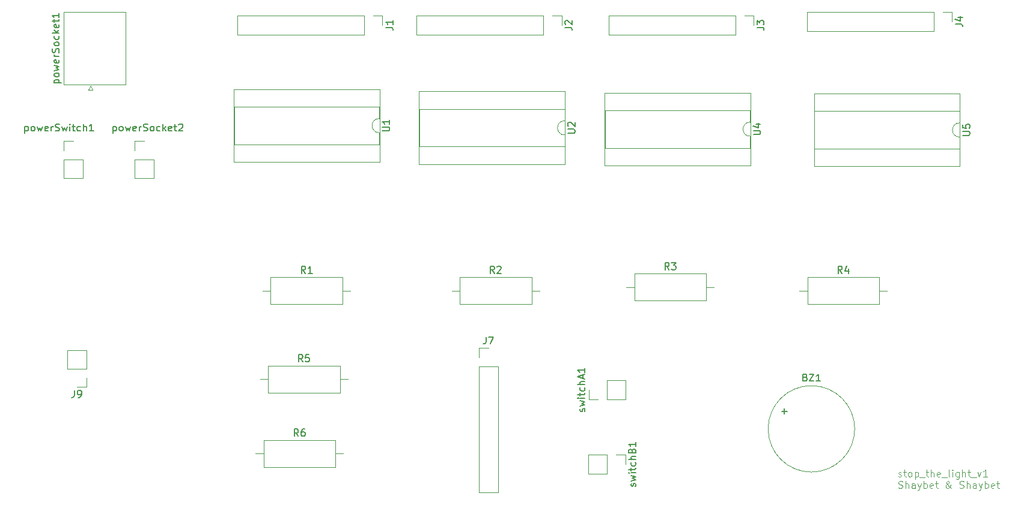
<source format=gbr>
%TF.GenerationSoftware,KiCad,Pcbnew,8.0.5*%
%TF.CreationDate,2024-09-22T19:22:41+03:00*%
%TF.ProjectId,stop_the_light_v2,73746f70-5f74-4686-955f-6c696768745f,rev?*%
%TF.SameCoordinates,Original*%
%TF.FileFunction,Legend,Top*%
%TF.FilePolarity,Positive*%
%FSLAX46Y46*%
G04 Gerber Fmt 4.6, Leading zero omitted, Abs format (unit mm)*
G04 Created by KiCad (PCBNEW 8.0.5) date 2024-09-22 19:22:41*
%MOMM*%
%LPD*%
G01*
G04 APERTURE LIST*
%ADD10C,0.100000*%
%ADD11C,0.150000*%
%ADD12C,0.120000*%
G04 APERTURE END LIST*
D10*
X161256265Y-138714856D02*
X161351503Y-138762475D01*
X161351503Y-138762475D02*
X161541979Y-138762475D01*
X161541979Y-138762475D02*
X161637217Y-138714856D01*
X161637217Y-138714856D02*
X161684836Y-138619617D01*
X161684836Y-138619617D02*
X161684836Y-138571998D01*
X161684836Y-138571998D02*
X161637217Y-138476760D01*
X161637217Y-138476760D02*
X161541979Y-138429141D01*
X161541979Y-138429141D02*
X161399122Y-138429141D01*
X161399122Y-138429141D02*
X161303884Y-138381522D01*
X161303884Y-138381522D02*
X161256265Y-138286284D01*
X161256265Y-138286284D02*
X161256265Y-138238665D01*
X161256265Y-138238665D02*
X161303884Y-138143427D01*
X161303884Y-138143427D02*
X161399122Y-138095808D01*
X161399122Y-138095808D02*
X161541979Y-138095808D01*
X161541979Y-138095808D02*
X161637217Y-138143427D01*
X161970551Y-138095808D02*
X162351503Y-138095808D01*
X162113408Y-137762475D02*
X162113408Y-138619617D01*
X162113408Y-138619617D02*
X162161027Y-138714856D01*
X162161027Y-138714856D02*
X162256265Y-138762475D01*
X162256265Y-138762475D02*
X162351503Y-138762475D01*
X162827694Y-138762475D02*
X162732456Y-138714856D01*
X162732456Y-138714856D02*
X162684837Y-138667236D01*
X162684837Y-138667236D02*
X162637218Y-138571998D01*
X162637218Y-138571998D02*
X162637218Y-138286284D01*
X162637218Y-138286284D02*
X162684837Y-138191046D01*
X162684837Y-138191046D02*
X162732456Y-138143427D01*
X162732456Y-138143427D02*
X162827694Y-138095808D01*
X162827694Y-138095808D02*
X162970551Y-138095808D01*
X162970551Y-138095808D02*
X163065789Y-138143427D01*
X163065789Y-138143427D02*
X163113408Y-138191046D01*
X163113408Y-138191046D02*
X163161027Y-138286284D01*
X163161027Y-138286284D02*
X163161027Y-138571998D01*
X163161027Y-138571998D02*
X163113408Y-138667236D01*
X163113408Y-138667236D02*
X163065789Y-138714856D01*
X163065789Y-138714856D02*
X162970551Y-138762475D01*
X162970551Y-138762475D02*
X162827694Y-138762475D01*
X163589599Y-138095808D02*
X163589599Y-139095808D01*
X163589599Y-138143427D02*
X163684837Y-138095808D01*
X163684837Y-138095808D02*
X163875313Y-138095808D01*
X163875313Y-138095808D02*
X163970551Y-138143427D01*
X163970551Y-138143427D02*
X164018170Y-138191046D01*
X164018170Y-138191046D02*
X164065789Y-138286284D01*
X164065789Y-138286284D02*
X164065789Y-138571998D01*
X164065789Y-138571998D02*
X164018170Y-138667236D01*
X164018170Y-138667236D02*
X163970551Y-138714856D01*
X163970551Y-138714856D02*
X163875313Y-138762475D01*
X163875313Y-138762475D02*
X163684837Y-138762475D01*
X163684837Y-138762475D02*
X163589599Y-138714856D01*
X164256266Y-138857713D02*
X165018170Y-138857713D01*
X165113409Y-138095808D02*
X165494361Y-138095808D01*
X165256266Y-137762475D02*
X165256266Y-138619617D01*
X165256266Y-138619617D02*
X165303885Y-138714856D01*
X165303885Y-138714856D02*
X165399123Y-138762475D01*
X165399123Y-138762475D02*
X165494361Y-138762475D01*
X165827695Y-138762475D02*
X165827695Y-137762475D01*
X166256266Y-138762475D02*
X166256266Y-138238665D01*
X166256266Y-138238665D02*
X166208647Y-138143427D01*
X166208647Y-138143427D02*
X166113409Y-138095808D01*
X166113409Y-138095808D02*
X165970552Y-138095808D01*
X165970552Y-138095808D02*
X165875314Y-138143427D01*
X165875314Y-138143427D02*
X165827695Y-138191046D01*
X167113409Y-138714856D02*
X167018171Y-138762475D01*
X167018171Y-138762475D02*
X166827695Y-138762475D01*
X166827695Y-138762475D02*
X166732457Y-138714856D01*
X166732457Y-138714856D02*
X166684838Y-138619617D01*
X166684838Y-138619617D02*
X166684838Y-138238665D01*
X166684838Y-138238665D02*
X166732457Y-138143427D01*
X166732457Y-138143427D02*
X166827695Y-138095808D01*
X166827695Y-138095808D02*
X167018171Y-138095808D01*
X167018171Y-138095808D02*
X167113409Y-138143427D01*
X167113409Y-138143427D02*
X167161028Y-138238665D01*
X167161028Y-138238665D02*
X167161028Y-138333903D01*
X167161028Y-138333903D02*
X166684838Y-138429141D01*
X167351505Y-138857713D02*
X168113409Y-138857713D01*
X168494362Y-138762475D02*
X168399124Y-138714856D01*
X168399124Y-138714856D02*
X168351505Y-138619617D01*
X168351505Y-138619617D02*
X168351505Y-137762475D01*
X168875315Y-138762475D02*
X168875315Y-138095808D01*
X168875315Y-137762475D02*
X168827696Y-137810094D01*
X168827696Y-137810094D02*
X168875315Y-137857713D01*
X168875315Y-137857713D02*
X168922934Y-137810094D01*
X168922934Y-137810094D02*
X168875315Y-137762475D01*
X168875315Y-137762475D02*
X168875315Y-137857713D01*
X169780076Y-138095808D02*
X169780076Y-138905332D01*
X169780076Y-138905332D02*
X169732457Y-139000570D01*
X169732457Y-139000570D02*
X169684838Y-139048189D01*
X169684838Y-139048189D02*
X169589600Y-139095808D01*
X169589600Y-139095808D02*
X169446743Y-139095808D01*
X169446743Y-139095808D02*
X169351505Y-139048189D01*
X169780076Y-138714856D02*
X169684838Y-138762475D01*
X169684838Y-138762475D02*
X169494362Y-138762475D01*
X169494362Y-138762475D02*
X169399124Y-138714856D01*
X169399124Y-138714856D02*
X169351505Y-138667236D01*
X169351505Y-138667236D02*
X169303886Y-138571998D01*
X169303886Y-138571998D02*
X169303886Y-138286284D01*
X169303886Y-138286284D02*
X169351505Y-138191046D01*
X169351505Y-138191046D02*
X169399124Y-138143427D01*
X169399124Y-138143427D02*
X169494362Y-138095808D01*
X169494362Y-138095808D02*
X169684838Y-138095808D01*
X169684838Y-138095808D02*
X169780076Y-138143427D01*
X170256267Y-138762475D02*
X170256267Y-137762475D01*
X170684838Y-138762475D02*
X170684838Y-138238665D01*
X170684838Y-138238665D02*
X170637219Y-138143427D01*
X170637219Y-138143427D02*
X170541981Y-138095808D01*
X170541981Y-138095808D02*
X170399124Y-138095808D01*
X170399124Y-138095808D02*
X170303886Y-138143427D01*
X170303886Y-138143427D02*
X170256267Y-138191046D01*
X171018172Y-138095808D02*
X171399124Y-138095808D01*
X171161029Y-137762475D02*
X171161029Y-138619617D01*
X171161029Y-138619617D02*
X171208648Y-138714856D01*
X171208648Y-138714856D02*
X171303886Y-138762475D01*
X171303886Y-138762475D02*
X171399124Y-138762475D01*
X171494363Y-138857713D02*
X172256267Y-138857713D01*
X172399125Y-138095808D02*
X172637220Y-138762475D01*
X172637220Y-138762475D02*
X172875315Y-138095808D01*
X173780077Y-138762475D02*
X173208649Y-138762475D01*
X173494363Y-138762475D02*
X173494363Y-137762475D01*
X173494363Y-137762475D02*
X173399125Y-137905332D01*
X173399125Y-137905332D02*
X173303887Y-138000570D01*
X173303887Y-138000570D02*
X173208649Y-138048189D01*
X161256265Y-140324800D02*
X161399122Y-140372419D01*
X161399122Y-140372419D02*
X161637217Y-140372419D01*
X161637217Y-140372419D02*
X161732455Y-140324800D01*
X161732455Y-140324800D02*
X161780074Y-140277180D01*
X161780074Y-140277180D02*
X161827693Y-140181942D01*
X161827693Y-140181942D02*
X161827693Y-140086704D01*
X161827693Y-140086704D02*
X161780074Y-139991466D01*
X161780074Y-139991466D02*
X161732455Y-139943847D01*
X161732455Y-139943847D02*
X161637217Y-139896228D01*
X161637217Y-139896228D02*
X161446741Y-139848609D01*
X161446741Y-139848609D02*
X161351503Y-139800990D01*
X161351503Y-139800990D02*
X161303884Y-139753371D01*
X161303884Y-139753371D02*
X161256265Y-139658133D01*
X161256265Y-139658133D02*
X161256265Y-139562895D01*
X161256265Y-139562895D02*
X161303884Y-139467657D01*
X161303884Y-139467657D02*
X161351503Y-139420038D01*
X161351503Y-139420038D02*
X161446741Y-139372419D01*
X161446741Y-139372419D02*
X161684836Y-139372419D01*
X161684836Y-139372419D02*
X161827693Y-139420038D01*
X162256265Y-140372419D02*
X162256265Y-139372419D01*
X162684836Y-140372419D02*
X162684836Y-139848609D01*
X162684836Y-139848609D02*
X162637217Y-139753371D01*
X162637217Y-139753371D02*
X162541979Y-139705752D01*
X162541979Y-139705752D02*
X162399122Y-139705752D01*
X162399122Y-139705752D02*
X162303884Y-139753371D01*
X162303884Y-139753371D02*
X162256265Y-139800990D01*
X163589598Y-140372419D02*
X163589598Y-139848609D01*
X163589598Y-139848609D02*
X163541979Y-139753371D01*
X163541979Y-139753371D02*
X163446741Y-139705752D01*
X163446741Y-139705752D02*
X163256265Y-139705752D01*
X163256265Y-139705752D02*
X163161027Y-139753371D01*
X163589598Y-140324800D02*
X163494360Y-140372419D01*
X163494360Y-140372419D02*
X163256265Y-140372419D01*
X163256265Y-140372419D02*
X163161027Y-140324800D01*
X163161027Y-140324800D02*
X163113408Y-140229561D01*
X163113408Y-140229561D02*
X163113408Y-140134323D01*
X163113408Y-140134323D02*
X163161027Y-140039085D01*
X163161027Y-140039085D02*
X163256265Y-139991466D01*
X163256265Y-139991466D02*
X163494360Y-139991466D01*
X163494360Y-139991466D02*
X163589598Y-139943847D01*
X163970551Y-139705752D02*
X164208646Y-140372419D01*
X164446741Y-139705752D02*
X164208646Y-140372419D01*
X164208646Y-140372419D02*
X164113408Y-140610514D01*
X164113408Y-140610514D02*
X164065789Y-140658133D01*
X164065789Y-140658133D02*
X163970551Y-140705752D01*
X164827694Y-140372419D02*
X164827694Y-139372419D01*
X164827694Y-139753371D02*
X164922932Y-139705752D01*
X164922932Y-139705752D02*
X165113408Y-139705752D01*
X165113408Y-139705752D02*
X165208646Y-139753371D01*
X165208646Y-139753371D02*
X165256265Y-139800990D01*
X165256265Y-139800990D02*
X165303884Y-139896228D01*
X165303884Y-139896228D02*
X165303884Y-140181942D01*
X165303884Y-140181942D02*
X165256265Y-140277180D01*
X165256265Y-140277180D02*
X165208646Y-140324800D01*
X165208646Y-140324800D02*
X165113408Y-140372419D01*
X165113408Y-140372419D02*
X164922932Y-140372419D01*
X164922932Y-140372419D02*
X164827694Y-140324800D01*
X166113408Y-140324800D02*
X166018170Y-140372419D01*
X166018170Y-140372419D02*
X165827694Y-140372419D01*
X165827694Y-140372419D02*
X165732456Y-140324800D01*
X165732456Y-140324800D02*
X165684837Y-140229561D01*
X165684837Y-140229561D02*
X165684837Y-139848609D01*
X165684837Y-139848609D02*
X165732456Y-139753371D01*
X165732456Y-139753371D02*
X165827694Y-139705752D01*
X165827694Y-139705752D02*
X166018170Y-139705752D01*
X166018170Y-139705752D02*
X166113408Y-139753371D01*
X166113408Y-139753371D02*
X166161027Y-139848609D01*
X166161027Y-139848609D02*
X166161027Y-139943847D01*
X166161027Y-139943847D02*
X165684837Y-140039085D01*
X166446742Y-139705752D02*
X166827694Y-139705752D01*
X166589599Y-139372419D02*
X166589599Y-140229561D01*
X166589599Y-140229561D02*
X166637218Y-140324800D01*
X166637218Y-140324800D02*
X166732456Y-140372419D01*
X166732456Y-140372419D02*
X166827694Y-140372419D01*
X168732457Y-140372419D02*
X168684838Y-140372419D01*
X168684838Y-140372419D02*
X168589599Y-140324800D01*
X168589599Y-140324800D02*
X168446742Y-140181942D01*
X168446742Y-140181942D02*
X168208647Y-139896228D01*
X168208647Y-139896228D02*
X168113409Y-139753371D01*
X168113409Y-139753371D02*
X168065790Y-139610514D01*
X168065790Y-139610514D02*
X168065790Y-139515276D01*
X168065790Y-139515276D02*
X168113409Y-139420038D01*
X168113409Y-139420038D02*
X168208647Y-139372419D01*
X168208647Y-139372419D02*
X168256266Y-139372419D01*
X168256266Y-139372419D02*
X168351504Y-139420038D01*
X168351504Y-139420038D02*
X168399123Y-139515276D01*
X168399123Y-139515276D02*
X168399123Y-139562895D01*
X168399123Y-139562895D02*
X168351504Y-139658133D01*
X168351504Y-139658133D02*
X168303885Y-139705752D01*
X168303885Y-139705752D02*
X168018171Y-139896228D01*
X168018171Y-139896228D02*
X167970552Y-139943847D01*
X167970552Y-139943847D02*
X167922933Y-140039085D01*
X167922933Y-140039085D02*
X167922933Y-140181942D01*
X167922933Y-140181942D02*
X167970552Y-140277180D01*
X167970552Y-140277180D02*
X168018171Y-140324800D01*
X168018171Y-140324800D02*
X168113409Y-140372419D01*
X168113409Y-140372419D02*
X168256266Y-140372419D01*
X168256266Y-140372419D02*
X168351504Y-140324800D01*
X168351504Y-140324800D02*
X168399123Y-140277180D01*
X168399123Y-140277180D02*
X168541980Y-140086704D01*
X168541980Y-140086704D02*
X168589599Y-139943847D01*
X168589599Y-139943847D02*
X168589599Y-139848609D01*
X169875314Y-140324800D02*
X170018171Y-140372419D01*
X170018171Y-140372419D02*
X170256266Y-140372419D01*
X170256266Y-140372419D02*
X170351504Y-140324800D01*
X170351504Y-140324800D02*
X170399123Y-140277180D01*
X170399123Y-140277180D02*
X170446742Y-140181942D01*
X170446742Y-140181942D02*
X170446742Y-140086704D01*
X170446742Y-140086704D02*
X170399123Y-139991466D01*
X170399123Y-139991466D02*
X170351504Y-139943847D01*
X170351504Y-139943847D02*
X170256266Y-139896228D01*
X170256266Y-139896228D02*
X170065790Y-139848609D01*
X170065790Y-139848609D02*
X169970552Y-139800990D01*
X169970552Y-139800990D02*
X169922933Y-139753371D01*
X169922933Y-139753371D02*
X169875314Y-139658133D01*
X169875314Y-139658133D02*
X169875314Y-139562895D01*
X169875314Y-139562895D02*
X169922933Y-139467657D01*
X169922933Y-139467657D02*
X169970552Y-139420038D01*
X169970552Y-139420038D02*
X170065790Y-139372419D01*
X170065790Y-139372419D02*
X170303885Y-139372419D01*
X170303885Y-139372419D02*
X170446742Y-139420038D01*
X170875314Y-140372419D02*
X170875314Y-139372419D01*
X171303885Y-140372419D02*
X171303885Y-139848609D01*
X171303885Y-139848609D02*
X171256266Y-139753371D01*
X171256266Y-139753371D02*
X171161028Y-139705752D01*
X171161028Y-139705752D02*
X171018171Y-139705752D01*
X171018171Y-139705752D02*
X170922933Y-139753371D01*
X170922933Y-139753371D02*
X170875314Y-139800990D01*
X172208647Y-140372419D02*
X172208647Y-139848609D01*
X172208647Y-139848609D02*
X172161028Y-139753371D01*
X172161028Y-139753371D02*
X172065790Y-139705752D01*
X172065790Y-139705752D02*
X171875314Y-139705752D01*
X171875314Y-139705752D02*
X171780076Y-139753371D01*
X172208647Y-140324800D02*
X172113409Y-140372419D01*
X172113409Y-140372419D02*
X171875314Y-140372419D01*
X171875314Y-140372419D02*
X171780076Y-140324800D01*
X171780076Y-140324800D02*
X171732457Y-140229561D01*
X171732457Y-140229561D02*
X171732457Y-140134323D01*
X171732457Y-140134323D02*
X171780076Y-140039085D01*
X171780076Y-140039085D02*
X171875314Y-139991466D01*
X171875314Y-139991466D02*
X172113409Y-139991466D01*
X172113409Y-139991466D02*
X172208647Y-139943847D01*
X172589600Y-139705752D02*
X172827695Y-140372419D01*
X173065790Y-139705752D02*
X172827695Y-140372419D01*
X172827695Y-140372419D02*
X172732457Y-140610514D01*
X172732457Y-140610514D02*
X172684838Y-140658133D01*
X172684838Y-140658133D02*
X172589600Y-140705752D01*
X173446743Y-140372419D02*
X173446743Y-139372419D01*
X173446743Y-139753371D02*
X173541981Y-139705752D01*
X173541981Y-139705752D02*
X173732457Y-139705752D01*
X173732457Y-139705752D02*
X173827695Y-139753371D01*
X173827695Y-139753371D02*
X173875314Y-139800990D01*
X173875314Y-139800990D02*
X173922933Y-139896228D01*
X173922933Y-139896228D02*
X173922933Y-140181942D01*
X173922933Y-140181942D02*
X173875314Y-140277180D01*
X173875314Y-140277180D02*
X173827695Y-140324800D01*
X173827695Y-140324800D02*
X173732457Y-140372419D01*
X173732457Y-140372419D02*
X173541981Y-140372419D01*
X173541981Y-140372419D02*
X173446743Y-140324800D01*
X174732457Y-140324800D02*
X174637219Y-140372419D01*
X174637219Y-140372419D02*
X174446743Y-140372419D01*
X174446743Y-140372419D02*
X174351505Y-140324800D01*
X174351505Y-140324800D02*
X174303886Y-140229561D01*
X174303886Y-140229561D02*
X174303886Y-139848609D01*
X174303886Y-139848609D02*
X174351505Y-139753371D01*
X174351505Y-139753371D02*
X174446743Y-139705752D01*
X174446743Y-139705752D02*
X174637219Y-139705752D01*
X174637219Y-139705752D02*
X174732457Y-139753371D01*
X174732457Y-139753371D02*
X174780076Y-139848609D01*
X174780076Y-139848609D02*
X174780076Y-139943847D01*
X174780076Y-139943847D02*
X174303886Y-140039085D01*
X175065791Y-139705752D02*
X175446743Y-139705752D01*
X175208648Y-139372419D02*
X175208648Y-140229561D01*
X175208648Y-140229561D02*
X175256267Y-140324800D01*
X175256267Y-140324800D02*
X175351505Y-140372419D01*
X175351505Y-140372419D02*
X175446743Y-140372419D01*
D11*
X128953333Y-109534819D02*
X128620000Y-109058628D01*
X128381905Y-109534819D02*
X128381905Y-108534819D01*
X128381905Y-108534819D02*
X128762857Y-108534819D01*
X128762857Y-108534819D02*
X128858095Y-108582438D01*
X128858095Y-108582438D02*
X128905714Y-108630057D01*
X128905714Y-108630057D02*
X128953333Y-108725295D01*
X128953333Y-108725295D02*
X128953333Y-108868152D01*
X128953333Y-108868152D02*
X128905714Y-108963390D01*
X128905714Y-108963390D02*
X128858095Y-109011009D01*
X128858095Y-109011009D02*
X128762857Y-109058628D01*
X128762857Y-109058628D02*
X128381905Y-109058628D01*
X129286667Y-108534819D02*
X129905714Y-108534819D01*
X129905714Y-108534819D02*
X129572381Y-108915771D01*
X129572381Y-108915771D02*
X129715238Y-108915771D01*
X129715238Y-108915771D02*
X129810476Y-108963390D01*
X129810476Y-108963390D02*
X129858095Y-109011009D01*
X129858095Y-109011009D02*
X129905714Y-109106247D01*
X129905714Y-109106247D02*
X129905714Y-109344342D01*
X129905714Y-109344342D02*
X129858095Y-109439580D01*
X129858095Y-109439580D02*
X129810476Y-109487200D01*
X129810476Y-109487200D02*
X129715238Y-109534819D01*
X129715238Y-109534819D02*
X129429524Y-109534819D01*
X129429524Y-109534819D02*
X129334286Y-109487200D01*
X129334286Y-109487200D02*
X129286667Y-109439580D01*
X45166666Y-126559819D02*
X45166666Y-127274104D01*
X45166666Y-127274104D02*
X45119047Y-127416961D01*
X45119047Y-127416961D02*
X45023809Y-127512200D01*
X45023809Y-127512200D02*
X44880952Y-127559819D01*
X44880952Y-127559819D02*
X44785714Y-127559819D01*
X45690476Y-127559819D02*
X45880952Y-127559819D01*
X45880952Y-127559819D02*
X45976190Y-127512200D01*
X45976190Y-127512200D02*
X46023809Y-127464580D01*
X46023809Y-127464580D02*
X46119047Y-127321723D01*
X46119047Y-127321723D02*
X46166666Y-127131247D01*
X46166666Y-127131247D02*
X46166666Y-126750295D01*
X46166666Y-126750295D02*
X46119047Y-126655057D01*
X46119047Y-126655057D02*
X46071428Y-126607438D01*
X46071428Y-126607438D02*
X45976190Y-126559819D01*
X45976190Y-126559819D02*
X45785714Y-126559819D01*
X45785714Y-126559819D02*
X45690476Y-126607438D01*
X45690476Y-126607438D02*
X45642857Y-126655057D01*
X45642857Y-126655057D02*
X45595238Y-126750295D01*
X45595238Y-126750295D02*
X45595238Y-126988390D01*
X45595238Y-126988390D02*
X45642857Y-127083628D01*
X45642857Y-127083628D02*
X45690476Y-127131247D01*
X45690476Y-127131247D02*
X45785714Y-127178866D01*
X45785714Y-127178866D02*
X45976190Y-127178866D01*
X45976190Y-127178866D02*
X46071428Y-127131247D01*
X46071428Y-127131247D02*
X46119047Y-127083628D01*
X46119047Y-127083628D02*
X46166666Y-126988390D01*
X117037200Y-129547618D02*
X117084819Y-129452380D01*
X117084819Y-129452380D02*
X117084819Y-129261904D01*
X117084819Y-129261904D02*
X117037200Y-129166666D01*
X117037200Y-129166666D02*
X116941961Y-129119047D01*
X116941961Y-129119047D02*
X116894342Y-129119047D01*
X116894342Y-129119047D02*
X116799104Y-129166666D01*
X116799104Y-129166666D02*
X116751485Y-129261904D01*
X116751485Y-129261904D02*
X116751485Y-129404761D01*
X116751485Y-129404761D02*
X116703866Y-129499999D01*
X116703866Y-129499999D02*
X116608628Y-129547618D01*
X116608628Y-129547618D02*
X116561009Y-129547618D01*
X116561009Y-129547618D02*
X116465771Y-129499999D01*
X116465771Y-129499999D02*
X116418152Y-129404761D01*
X116418152Y-129404761D02*
X116418152Y-129261904D01*
X116418152Y-129261904D02*
X116465771Y-129166666D01*
X116418152Y-128785713D02*
X117084819Y-128595237D01*
X117084819Y-128595237D02*
X116608628Y-128404761D01*
X116608628Y-128404761D02*
X117084819Y-128214285D01*
X117084819Y-128214285D02*
X116418152Y-128023809D01*
X117084819Y-127642856D02*
X116418152Y-127642856D01*
X116084819Y-127642856D02*
X116132438Y-127690475D01*
X116132438Y-127690475D02*
X116180057Y-127642856D01*
X116180057Y-127642856D02*
X116132438Y-127595237D01*
X116132438Y-127595237D02*
X116084819Y-127642856D01*
X116084819Y-127642856D02*
X116180057Y-127642856D01*
X116418152Y-127309523D02*
X116418152Y-126928571D01*
X116084819Y-127166666D02*
X116941961Y-127166666D01*
X116941961Y-127166666D02*
X117037200Y-127119047D01*
X117037200Y-127119047D02*
X117084819Y-127023809D01*
X117084819Y-127023809D02*
X117084819Y-126928571D01*
X117037200Y-126166666D02*
X117084819Y-126261904D01*
X117084819Y-126261904D02*
X117084819Y-126452380D01*
X117084819Y-126452380D02*
X117037200Y-126547618D01*
X117037200Y-126547618D02*
X116989580Y-126595237D01*
X116989580Y-126595237D02*
X116894342Y-126642856D01*
X116894342Y-126642856D02*
X116608628Y-126642856D01*
X116608628Y-126642856D02*
X116513390Y-126595237D01*
X116513390Y-126595237D02*
X116465771Y-126547618D01*
X116465771Y-126547618D02*
X116418152Y-126452380D01*
X116418152Y-126452380D02*
X116418152Y-126261904D01*
X116418152Y-126261904D02*
X116465771Y-126166666D01*
X117084819Y-125738094D02*
X116084819Y-125738094D01*
X117084819Y-125309523D02*
X116561009Y-125309523D01*
X116561009Y-125309523D02*
X116465771Y-125357142D01*
X116465771Y-125357142D02*
X116418152Y-125452380D01*
X116418152Y-125452380D02*
X116418152Y-125595237D01*
X116418152Y-125595237D02*
X116465771Y-125690475D01*
X116465771Y-125690475D02*
X116513390Y-125738094D01*
X116799104Y-124880951D02*
X116799104Y-124404761D01*
X117084819Y-124976189D02*
X116084819Y-124642856D01*
X116084819Y-124642856D02*
X117084819Y-124309523D01*
X117084819Y-123452380D02*
X117084819Y-124023808D01*
X117084819Y-123738094D02*
X116084819Y-123738094D01*
X116084819Y-123738094D02*
X116227676Y-123833332D01*
X116227676Y-123833332D02*
X116322914Y-123928570D01*
X116322914Y-123928570D02*
X116370533Y-124023808D01*
X170324819Y-90571904D02*
X171134342Y-90571904D01*
X171134342Y-90571904D02*
X171229580Y-90524285D01*
X171229580Y-90524285D02*
X171277200Y-90476666D01*
X171277200Y-90476666D02*
X171324819Y-90381428D01*
X171324819Y-90381428D02*
X171324819Y-90190952D01*
X171324819Y-90190952D02*
X171277200Y-90095714D01*
X171277200Y-90095714D02*
X171229580Y-90048095D01*
X171229580Y-90048095D02*
X171134342Y-90000476D01*
X171134342Y-90000476D02*
X170324819Y-90000476D01*
X170324819Y-89048095D02*
X170324819Y-89524285D01*
X170324819Y-89524285D02*
X170801009Y-89571904D01*
X170801009Y-89571904D02*
X170753390Y-89524285D01*
X170753390Y-89524285D02*
X170705771Y-89429047D01*
X170705771Y-89429047D02*
X170705771Y-89190952D01*
X170705771Y-89190952D02*
X170753390Y-89095714D01*
X170753390Y-89095714D02*
X170801009Y-89048095D01*
X170801009Y-89048095D02*
X170896247Y-89000476D01*
X170896247Y-89000476D02*
X171134342Y-89000476D01*
X171134342Y-89000476D02*
X171229580Y-89048095D01*
X171229580Y-89048095D02*
X171277200Y-89095714D01*
X171277200Y-89095714D02*
X171324819Y-89190952D01*
X171324819Y-89190952D02*
X171324819Y-89429047D01*
X171324819Y-89429047D02*
X171277200Y-89524285D01*
X171277200Y-89524285D02*
X171229580Y-89571904D01*
X124197200Y-140119047D02*
X124244819Y-140023809D01*
X124244819Y-140023809D02*
X124244819Y-139833333D01*
X124244819Y-139833333D02*
X124197200Y-139738095D01*
X124197200Y-139738095D02*
X124101961Y-139690476D01*
X124101961Y-139690476D02*
X124054342Y-139690476D01*
X124054342Y-139690476D02*
X123959104Y-139738095D01*
X123959104Y-139738095D02*
X123911485Y-139833333D01*
X123911485Y-139833333D02*
X123911485Y-139976190D01*
X123911485Y-139976190D02*
X123863866Y-140071428D01*
X123863866Y-140071428D02*
X123768628Y-140119047D01*
X123768628Y-140119047D02*
X123721009Y-140119047D01*
X123721009Y-140119047D02*
X123625771Y-140071428D01*
X123625771Y-140071428D02*
X123578152Y-139976190D01*
X123578152Y-139976190D02*
X123578152Y-139833333D01*
X123578152Y-139833333D02*
X123625771Y-139738095D01*
X123578152Y-139357142D02*
X124244819Y-139166666D01*
X124244819Y-139166666D02*
X123768628Y-138976190D01*
X123768628Y-138976190D02*
X124244819Y-138785714D01*
X124244819Y-138785714D02*
X123578152Y-138595238D01*
X124244819Y-138214285D02*
X123578152Y-138214285D01*
X123244819Y-138214285D02*
X123292438Y-138261904D01*
X123292438Y-138261904D02*
X123340057Y-138214285D01*
X123340057Y-138214285D02*
X123292438Y-138166666D01*
X123292438Y-138166666D02*
X123244819Y-138214285D01*
X123244819Y-138214285D02*
X123340057Y-138214285D01*
X123578152Y-137880952D02*
X123578152Y-137500000D01*
X123244819Y-137738095D02*
X124101961Y-137738095D01*
X124101961Y-137738095D02*
X124197200Y-137690476D01*
X124197200Y-137690476D02*
X124244819Y-137595238D01*
X124244819Y-137595238D02*
X124244819Y-137500000D01*
X124197200Y-136738095D02*
X124244819Y-136833333D01*
X124244819Y-136833333D02*
X124244819Y-137023809D01*
X124244819Y-137023809D02*
X124197200Y-137119047D01*
X124197200Y-137119047D02*
X124149580Y-137166666D01*
X124149580Y-137166666D02*
X124054342Y-137214285D01*
X124054342Y-137214285D02*
X123768628Y-137214285D01*
X123768628Y-137214285D02*
X123673390Y-137166666D01*
X123673390Y-137166666D02*
X123625771Y-137119047D01*
X123625771Y-137119047D02*
X123578152Y-137023809D01*
X123578152Y-137023809D02*
X123578152Y-136833333D01*
X123578152Y-136833333D02*
X123625771Y-136738095D01*
X124244819Y-136309523D02*
X123244819Y-136309523D01*
X124244819Y-135880952D02*
X123721009Y-135880952D01*
X123721009Y-135880952D02*
X123625771Y-135928571D01*
X123625771Y-135928571D02*
X123578152Y-136023809D01*
X123578152Y-136023809D02*
X123578152Y-136166666D01*
X123578152Y-136166666D02*
X123625771Y-136261904D01*
X123625771Y-136261904D02*
X123673390Y-136309523D01*
X123721009Y-135071428D02*
X123768628Y-134928571D01*
X123768628Y-134928571D02*
X123816247Y-134880952D01*
X123816247Y-134880952D02*
X123911485Y-134833333D01*
X123911485Y-134833333D02*
X124054342Y-134833333D01*
X124054342Y-134833333D02*
X124149580Y-134880952D01*
X124149580Y-134880952D02*
X124197200Y-134928571D01*
X124197200Y-134928571D02*
X124244819Y-135023809D01*
X124244819Y-135023809D02*
X124244819Y-135404761D01*
X124244819Y-135404761D02*
X123244819Y-135404761D01*
X123244819Y-135404761D02*
X123244819Y-135071428D01*
X123244819Y-135071428D02*
X123292438Y-134976190D01*
X123292438Y-134976190D02*
X123340057Y-134928571D01*
X123340057Y-134928571D02*
X123435295Y-134880952D01*
X123435295Y-134880952D02*
X123530533Y-134880952D01*
X123530533Y-134880952D02*
X123625771Y-134928571D01*
X123625771Y-134928571D02*
X123673390Y-134976190D01*
X123673390Y-134976190D02*
X123721009Y-135071428D01*
X123721009Y-135071428D02*
X123721009Y-135404761D01*
X124244819Y-133880952D02*
X124244819Y-134452380D01*
X124244819Y-134166666D02*
X123244819Y-134166666D01*
X123244819Y-134166666D02*
X123387676Y-134261904D01*
X123387676Y-134261904D02*
X123482914Y-134357142D01*
X123482914Y-134357142D02*
X123530533Y-134452380D01*
X77333333Y-122534819D02*
X77000000Y-122058628D01*
X76761905Y-122534819D02*
X76761905Y-121534819D01*
X76761905Y-121534819D02*
X77142857Y-121534819D01*
X77142857Y-121534819D02*
X77238095Y-121582438D01*
X77238095Y-121582438D02*
X77285714Y-121630057D01*
X77285714Y-121630057D02*
X77333333Y-121725295D01*
X77333333Y-121725295D02*
X77333333Y-121868152D01*
X77333333Y-121868152D02*
X77285714Y-121963390D01*
X77285714Y-121963390D02*
X77238095Y-122011009D01*
X77238095Y-122011009D02*
X77142857Y-122058628D01*
X77142857Y-122058628D02*
X76761905Y-122058628D01*
X78238095Y-121534819D02*
X77761905Y-121534819D01*
X77761905Y-121534819D02*
X77714286Y-122011009D01*
X77714286Y-122011009D02*
X77761905Y-121963390D01*
X77761905Y-121963390D02*
X77857143Y-121915771D01*
X77857143Y-121915771D02*
X78095238Y-121915771D01*
X78095238Y-121915771D02*
X78190476Y-121963390D01*
X78190476Y-121963390D02*
X78238095Y-122011009D01*
X78238095Y-122011009D02*
X78285714Y-122106247D01*
X78285714Y-122106247D02*
X78285714Y-122344342D01*
X78285714Y-122344342D02*
X78238095Y-122439580D01*
X78238095Y-122439580D02*
X78190476Y-122487200D01*
X78190476Y-122487200D02*
X78095238Y-122534819D01*
X78095238Y-122534819D02*
X77857143Y-122534819D01*
X77857143Y-122534819D02*
X77761905Y-122487200D01*
X77761905Y-122487200D02*
X77714286Y-122439580D01*
X169284819Y-74833333D02*
X169999104Y-74833333D01*
X169999104Y-74833333D02*
X170141961Y-74880952D01*
X170141961Y-74880952D02*
X170237200Y-74976190D01*
X170237200Y-74976190D02*
X170284819Y-75119047D01*
X170284819Y-75119047D02*
X170284819Y-75214285D01*
X169618152Y-73928571D02*
X170284819Y-73928571D01*
X169237200Y-74166666D02*
X169951485Y-74404761D01*
X169951485Y-74404761D02*
X169951485Y-73785714D01*
X88564819Y-89951904D02*
X89374342Y-89951904D01*
X89374342Y-89951904D02*
X89469580Y-89904285D01*
X89469580Y-89904285D02*
X89517200Y-89856666D01*
X89517200Y-89856666D02*
X89564819Y-89761428D01*
X89564819Y-89761428D02*
X89564819Y-89570952D01*
X89564819Y-89570952D02*
X89517200Y-89475714D01*
X89517200Y-89475714D02*
X89469580Y-89428095D01*
X89469580Y-89428095D02*
X89374342Y-89380476D01*
X89374342Y-89380476D02*
X88564819Y-89380476D01*
X89564819Y-88380476D02*
X89564819Y-88951904D01*
X89564819Y-88666190D02*
X88564819Y-88666190D01*
X88564819Y-88666190D02*
X88707676Y-88761428D01*
X88707676Y-88761428D02*
X88802914Y-88856666D01*
X88802914Y-88856666D02*
X88850533Y-88951904D01*
X140824819Y-90451904D02*
X141634342Y-90451904D01*
X141634342Y-90451904D02*
X141729580Y-90404285D01*
X141729580Y-90404285D02*
X141777200Y-90356666D01*
X141777200Y-90356666D02*
X141824819Y-90261428D01*
X141824819Y-90261428D02*
X141824819Y-90070952D01*
X141824819Y-90070952D02*
X141777200Y-89975714D01*
X141777200Y-89975714D02*
X141729580Y-89928095D01*
X141729580Y-89928095D02*
X141634342Y-89880476D01*
X141634342Y-89880476D02*
X140824819Y-89880476D01*
X141158152Y-88975714D02*
X141824819Y-88975714D01*
X140777200Y-89213809D02*
X141491485Y-89451904D01*
X141491485Y-89451904D02*
X141491485Y-88832857D01*
X114684819Y-90271904D02*
X115494342Y-90271904D01*
X115494342Y-90271904D02*
X115589580Y-90224285D01*
X115589580Y-90224285D02*
X115637200Y-90176666D01*
X115637200Y-90176666D02*
X115684819Y-90081428D01*
X115684819Y-90081428D02*
X115684819Y-89890952D01*
X115684819Y-89890952D02*
X115637200Y-89795714D01*
X115637200Y-89795714D02*
X115589580Y-89748095D01*
X115589580Y-89748095D02*
X115494342Y-89700476D01*
X115494342Y-89700476D02*
X114684819Y-89700476D01*
X114780057Y-89271904D02*
X114732438Y-89224285D01*
X114732438Y-89224285D02*
X114684819Y-89129047D01*
X114684819Y-89129047D02*
X114684819Y-88890952D01*
X114684819Y-88890952D02*
X114732438Y-88795714D01*
X114732438Y-88795714D02*
X114780057Y-88748095D01*
X114780057Y-88748095D02*
X114875295Y-88700476D01*
X114875295Y-88700476D02*
X114970533Y-88700476D01*
X114970533Y-88700476D02*
X115113390Y-88748095D01*
X115113390Y-88748095D02*
X115684819Y-89319523D01*
X115684819Y-89319523D02*
X115684819Y-88700476D01*
X89024819Y-75333333D02*
X89739104Y-75333333D01*
X89739104Y-75333333D02*
X89881961Y-75380952D01*
X89881961Y-75380952D02*
X89977200Y-75476190D01*
X89977200Y-75476190D02*
X90024819Y-75619047D01*
X90024819Y-75619047D02*
X90024819Y-75714285D01*
X90024819Y-74333333D02*
X90024819Y-74904761D01*
X90024819Y-74619047D02*
X89024819Y-74619047D01*
X89024819Y-74619047D02*
X89167676Y-74714285D01*
X89167676Y-74714285D02*
X89262914Y-74809523D01*
X89262914Y-74809523D02*
X89310533Y-74904761D01*
X76713333Y-133034819D02*
X76380000Y-132558628D01*
X76141905Y-133034819D02*
X76141905Y-132034819D01*
X76141905Y-132034819D02*
X76522857Y-132034819D01*
X76522857Y-132034819D02*
X76618095Y-132082438D01*
X76618095Y-132082438D02*
X76665714Y-132130057D01*
X76665714Y-132130057D02*
X76713333Y-132225295D01*
X76713333Y-132225295D02*
X76713333Y-132368152D01*
X76713333Y-132368152D02*
X76665714Y-132463390D01*
X76665714Y-132463390D02*
X76618095Y-132511009D01*
X76618095Y-132511009D02*
X76522857Y-132558628D01*
X76522857Y-132558628D02*
X76141905Y-132558628D01*
X77570476Y-132034819D02*
X77380000Y-132034819D01*
X77380000Y-132034819D02*
X77284762Y-132082438D01*
X77284762Y-132082438D02*
X77237143Y-132130057D01*
X77237143Y-132130057D02*
X77141905Y-132272914D01*
X77141905Y-132272914D02*
X77094286Y-132463390D01*
X77094286Y-132463390D02*
X77094286Y-132844342D01*
X77094286Y-132844342D02*
X77141905Y-132939580D01*
X77141905Y-132939580D02*
X77189524Y-132987200D01*
X77189524Y-132987200D02*
X77284762Y-133034819D01*
X77284762Y-133034819D02*
X77475238Y-133034819D01*
X77475238Y-133034819D02*
X77570476Y-132987200D01*
X77570476Y-132987200D02*
X77618095Y-132939580D01*
X77618095Y-132939580D02*
X77665714Y-132844342D01*
X77665714Y-132844342D02*
X77665714Y-132606247D01*
X77665714Y-132606247D02*
X77618095Y-132511009D01*
X77618095Y-132511009D02*
X77570476Y-132463390D01*
X77570476Y-132463390D02*
X77475238Y-132415771D01*
X77475238Y-132415771D02*
X77284762Y-132415771D01*
X77284762Y-132415771D02*
X77189524Y-132463390D01*
X77189524Y-132463390D02*
X77141905Y-132511009D01*
X77141905Y-132511009D02*
X77094286Y-132606247D01*
X104333333Y-110034819D02*
X104000000Y-109558628D01*
X103761905Y-110034819D02*
X103761905Y-109034819D01*
X103761905Y-109034819D02*
X104142857Y-109034819D01*
X104142857Y-109034819D02*
X104238095Y-109082438D01*
X104238095Y-109082438D02*
X104285714Y-109130057D01*
X104285714Y-109130057D02*
X104333333Y-109225295D01*
X104333333Y-109225295D02*
X104333333Y-109368152D01*
X104333333Y-109368152D02*
X104285714Y-109463390D01*
X104285714Y-109463390D02*
X104238095Y-109511009D01*
X104238095Y-109511009D02*
X104142857Y-109558628D01*
X104142857Y-109558628D02*
X103761905Y-109558628D01*
X104714286Y-109130057D02*
X104761905Y-109082438D01*
X104761905Y-109082438D02*
X104857143Y-109034819D01*
X104857143Y-109034819D02*
X105095238Y-109034819D01*
X105095238Y-109034819D02*
X105190476Y-109082438D01*
X105190476Y-109082438D02*
X105238095Y-109130057D01*
X105238095Y-109130057D02*
X105285714Y-109225295D01*
X105285714Y-109225295D02*
X105285714Y-109320533D01*
X105285714Y-109320533D02*
X105238095Y-109463390D01*
X105238095Y-109463390D02*
X104666667Y-110034819D01*
X104666667Y-110034819D02*
X105285714Y-110034819D01*
X50619047Y-89288152D02*
X50619047Y-90288152D01*
X50619047Y-89335771D02*
X50714285Y-89288152D01*
X50714285Y-89288152D02*
X50904761Y-89288152D01*
X50904761Y-89288152D02*
X50999999Y-89335771D01*
X50999999Y-89335771D02*
X51047618Y-89383390D01*
X51047618Y-89383390D02*
X51095237Y-89478628D01*
X51095237Y-89478628D02*
X51095237Y-89764342D01*
X51095237Y-89764342D02*
X51047618Y-89859580D01*
X51047618Y-89859580D02*
X50999999Y-89907200D01*
X50999999Y-89907200D02*
X50904761Y-89954819D01*
X50904761Y-89954819D02*
X50714285Y-89954819D01*
X50714285Y-89954819D02*
X50619047Y-89907200D01*
X51666666Y-89954819D02*
X51571428Y-89907200D01*
X51571428Y-89907200D02*
X51523809Y-89859580D01*
X51523809Y-89859580D02*
X51476190Y-89764342D01*
X51476190Y-89764342D02*
X51476190Y-89478628D01*
X51476190Y-89478628D02*
X51523809Y-89383390D01*
X51523809Y-89383390D02*
X51571428Y-89335771D01*
X51571428Y-89335771D02*
X51666666Y-89288152D01*
X51666666Y-89288152D02*
X51809523Y-89288152D01*
X51809523Y-89288152D02*
X51904761Y-89335771D01*
X51904761Y-89335771D02*
X51952380Y-89383390D01*
X51952380Y-89383390D02*
X51999999Y-89478628D01*
X51999999Y-89478628D02*
X51999999Y-89764342D01*
X51999999Y-89764342D02*
X51952380Y-89859580D01*
X51952380Y-89859580D02*
X51904761Y-89907200D01*
X51904761Y-89907200D02*
X51809523Y-89954819D01*
X51809523Y-89954819D02*
X51666666Y-89954819D01*
X52333333Y-89288152D02*
X52523809Y-89954819D01*
X52523809Y-89954819D02*
X52714285Y-89478628D01*
X52714285Y-89478628D02*
X52904761Y-89954819D01*
X52904761Y-89954819D02*
X53095237Y-89288152D01*
X53857142Y-89907200D02*
X53761904Y-89954819D01*
X53761904Y-89954819D02*
X53571428Y-89954819D01*
X53571428Y-89954819D02*
X53476190Y-89907200D01*
X53476190Y-89907200D02*
X53428571Y-89811961D01*
X53428571Y-89811961D02*
X53428571Y-89431009D01*
X53428571Y-89431009D02*
X53476190Y-89335771D01*
X53476190Y-89335771D02*
X53571428Y-89288152D01*
X53571428Y-89288152D02*
X53761904Y-89288152D01*
X53761904Y-89288152D02*
X53857142Y-89335771D01*
X53857142Y-89335771D02*
X53904761Y-89431009D01*
X53904761Y-89431009D02*
X53904761Y-89526247D01*
X53904761Y-89526247D02*
X53428571Y-89621485D01*
X54333333Y-89954819D02*
X54333333Y-89288152D01*
X54333333Y-89478628D02*
X54380952Y-89383390D01*
X54380952Y-89383390D02*
X54428571Y-89335771D01*
X54428571Y-89335771D02*
X54523809Y-89288152D01*
X54523809Y-89288152D02*
X54619047Y-89288152D01*
X54904762Y-89907200D02*
X55047619Y-89954819D01*
X55047619Y-89954819D02*
X55285714Y-89954819D01*
X55285714Y-89954819D02*
X55380952Y-89907200D01*
X55380952Y-89907200D02*
X55428571Y-89859580D01*
X55428571Y-89859580D02*
X55476190Y-89764342D01*
X55476190Y-89764342D02*
X55476190Y-89669104D01*
X55476190Y-89669104D02*
X55428571Y-89573866D01*
X55428571Y-89573866D02*
X55380952Y-89526247D01*
X55380952Y-89526247D02*
X55285714Y-89478628D01*
X55285714Y-89478628D02*
X55095238Y-89431009D01*
X55095238Y-89431009D02*
X55000000Y-89383390D01*
X55000000Y-89383390D02*
X54952381Y-89335771D01*
X54952381Y-89335771D02*
X54904762Y-89240533D01*
X54904762Y-89240533D02*
X54904762Y-89145295D01*
X54904762Y-89145295D02*
X54952381Y-89050057D01*
X54952381Y-89050057D02*
X55000000Y-89002438D01*
X55000000Y-89002438D02*
X55095238Y-88954819D01*
X55095238Y-88954819D02*
X55333333Y-88954819D01*
X55333333Y-88954819D02*
X55476190Y-89002438D01*
X56047619Y-89954819D02*
X55952381Y-89907200D01*
X55952381Y-89907200D02*
X55904762Y-89859580D01*
X55904762Y-89859580D02*
X55857143Y-89764342D01*
X55857143Y-89764342D02*
X55857143Y-89478628D01*
X55857143Y-89478628D02*
X55904762Y-89383390D01*
X55904762Y-89383390D02*
X55952381Y-89335771D01*
X55952381Y-89335771D02*
X56047619Y-89288152D01*
X56047619Y-89288152D02*
X56190476Y-89288152D01*
X56190476Y-89288152D02*
X56285714Y-89335771D01*
X56285714Y-89335771D02*
X56333333Y-89383390D01*
X56333333Y-89383390D02*
X56380952Y-89478628D01*
X56380952Y-89478628D02*
X56380952Y-89764342D01*
X56380952Y-89764342D02*
X56333333Y-89859580D01*
X56333333Y-89859580D02*
X56285714Y-89907200D01*
X56285714Y-89907200D02*
X56190476Y-89954819D01*
X56190476Y-89954819D02*
X56047619Y-89954819D01*
X57238095Y-89907200D02*
X57142857Y-89954819D01*
X57142857Y-89954819D02*
X56952381Y-89954819D01*
X56952381Y-89954819D02*
X56857143Y-89907200D01*
X56857143Y-89907200D02*
X56809524Y-89859580D01*
X56809524Y-89859580D02*
X56761905Y-89764342D01*
X56761905Y-89764342D02*
X56761905Y-89478628D01*
X56761905Y-89478628D02*
X56809524Y-89383390D01*
X56809524Y-89383390D02*
X56857143Y-89335771D01*
X56857143Y-89335771D02*
X56952381Y-89288152D01*
X56952381Y-89288152D02*
X57142857Y-89288152D01*
X57142857Y-89288152D02*
X57238095Y-89335771D01*
X57666667Y-89954819D02*
X57666667Y-88954819D01*
X57761905Y-89573866D02*
X58047619Y-89954819D01*
X58047619Y-89288152D02*
X57666667Y-89669104D01*
X58857143Y-89907200D02*
X58761905Y-89954819D01*
X58761905Y-89954819D02*
X58571429Y-89954819D01*
X58571429Y-89954819D02*
X58476191Y-89907200D01*
X58476191Y-89907200D02*
X58428572Y-89811961D01*
X58428572Y-89811961D02*
X58428572Y-89431009D01*
X58428572Y-89431009D02*
X58476191Y-89335771D01*
X58476191Y-89335771D02*
X58571429Y-89288152D01*
X58571429Y-89288152D02*
X58761905Y-89288152D01*
X58761905Y-89288152D02*
X58857143Y-89335771D01*
X58857143Y-89335771D02*
X58904762Y-89431009D01*
X58904762Y-89431009D02*
X58904762Y-89526247D01*
X58904762Y-89526247D02*
X58428572Y-89621485D01*
X59190477Y-89288152D02*
X59571429Y-89288152D01*
X59333334Y-88954819D02*
X59333334Y-89811961D01*
X59333334Y-89811961D02*
X59380953Y-89907200D01*
X59380953Y-89907200D02*
X59476191Y-89954819D01*
X59476191Y-89954819D02*
X59571429Y-89954819D01*
X59857144Y-89050057D02*
X59904763Y-89002438D01*
X59904763Y-89002438D02*
X60000001Y-88954819D01*
X60000001Y-88954819D02*
X60238096Y-88954819D01*
X60238096Y-88954819D02*
X60333334Y-89002438D01*
X60333334Y-89002438D02*
X60380953Y-89050057D01*
X60380953Y-89050057D02*
X60428572Y-89145295D01*
X60428572Y-89145295D02*
X60428572Y-89240533D01*
X60428572Y-89240533D02*
X60380953Y-89383390D01*
X60380953Y-89383390D02*
X59809525Y-89954819D01*
X59809525Y-89954819D02*
X60428572Y-89954819D01*
X114284819Y-75333333D02*
X114999104Y-75333333D01*
X114999104Y-75333333D02*
X115141961Y-75380952D01*
X115141961Y-75380952D02*
X115237200Y-75476190D01*
X115237200Y-75476190D02*
X115284819Y-75619047D01*
X115284819Y-75619047D02*
X115284819Y-75714285D01*
X114380057Y-74904761D02*
X114332438Y-74857142D01*
X114332438Y-74857142D02*
X114284819Y-74761904D01*
X114284819Y-74761904D02*
X114284819Y-74523809D01*
X114284819Y-74523809D02*
X114332438Y-74428571D01*
X114332438Y-74428571D02*
X114380057Y-74380952D01*
X114380057Y-74380952D02*
X114475295Y-74333333D01*
X114475295Y-74333333D02*
X114570533Y-74333333D01*
X114570533Y-74333333D02*
X114713390Y-74380952D01*
X114713390Y-74380952D02*
X115284819Y-74952380D01*
X115284819Y-74952380D02*
X115284819Y-74333333D01*
X153333333Y-110034819D02*
X153000000Y-109558628D01*
X152761905Y-110034819D02*
X152761905Y-109034819D01*
X152761905Y-109034819D02*
X153142857Y-109034819D01*
X153142857Y-109034819D02*
X153238095Y-109082438D01*
X153238095Y-109082438D02*
X153285714Y-109130057D01*
X153285714Y-109130057D02*
X153333333Y-109225295D01*
X153333333Y-109225295D02*
X153333333Y-109368152D01*
X153333333Y-109368152D02*
X153285714Y-109463390D01*
X153285714Y-109463390D02*
X153238095Y-109511009D01*
X153238095Y-109511009D02*
X153142857Y-109558628D01*
X153142857Y-109558628D02*
X152761905Y-109558628D01*
X154190476Y-109368152D02*
X154190476Y-110034819D01*
X153952381Y-108987200D02*
X153714286Y-109701485D01*
X153714286Y-109701485D02*
X154333333Y-109701485D01*
X148119047Y-124731009D02*
X148261904Y-124778628D01*
X148261904Y-124778628D02*
X148309523Y-124826247D01*
X148309523Y-124826247D02*
X148357142Y-124921485D01*
X148357142Y-124921485D02*
X148357142Y-125064342D01*
X148357142Y-125064342D02*
X148309523Y-125159580D01*
X148309523Y-125159580D02*
X148261904Y-125207200D01*
X148261904Y-125207200D02*
X148166666Y-125254819D01*
X148166666Y-125254819D02*
X147785714Y-125254819D01*
X147785714Y-125254819D02*
X147785714Y-124254819D01*
X147785714Y-124254819D02*
X148119047Y-124254819D01*
X148119047Y-124254819D02*
X148214285Y-124302438D01*
X148214285Y-124302438D02*
X148261904Y-124350057D01*
X148261904Y-124350057D02*
X148309523Y-124445295D01*
X148309523Y-124445295D02*
X148309523Y-124540533D01*
X148309523Y-124540533D02*
X148261904Y-124635771D01*
X148261904Y-124635771D02*
X148214285Y-124683390D01*
X148214285Y-124683390D02*
X148119047Y-124731009D01*
X148119047Y-124731009D02*
X147785714Y-124731009D01*
X148690476Y-124254819D02*
X149357142Y-124254819D01*
X149357142Y-124254819D02*
X148690476Y-125254819D01*
X148690476Y-125254819D02*
X149357142Y-125254819D01*
X150261904Y-125254819D02*
X149690476Y-125254819D01*
X149976190Y-125254819D02*
X149976190Y-124254819D01*
X149976190Y-124254819D02*
X149880952Y-124397676D01*
X149880952Y-124397676D02*
X149785714Y-124492914D01*
X149785714Y-124492914D02*
X149690476Y-124540533D01*
X144809048Y-129533866D02*
X145570953Y-129533866D01*
X145190000Y-129914819D02*
X145190000Y-129152914D01*
X103166666Y-119004819D02*
X103166666Y-119719104D01*
X103166666Y-119719104D02*
X103119047Y-119861961D01*
X103119047Y-119861961D02*
X103023809Y-119957200D01*
X103023809Y-119957200D02*
X102880952Y-120004819D01*
X102880952Y-120004819D02*
X102785714Y-120004819D01*
X103547619Y-119004819D02*
X104214285Y-119004819D01*
X104214285Y-119004819D02*
X103785714Y-120004819D01*
X141324819Y-75333333D02*
X142039104Y-75333333D01*
X142039104Y-75333333D02*
X142181961Y-75380952D01*
X142181961Y-75380952D02*
X142277200Y-75476190D01*
X142277200Y-75476190D02*
X142324819Y-75619047D01*
X142324819Y-75619047D02*
X142324819Y-75714285D01*
X141324819Y-74952380D02*
X141324819Y-74333333D01*
X141324819Y-74333333D02*
X141705771Y-74666666D01*
X141705771Y-74666666D02*
X141705771Y-74523809D01*
X141705771Y-74523809D02*
X141753390Y-74428571D01*
X141753390Y-74428571D02*
X141801009Y-74380952D01*
X141801009Y-74380952D02*
X141896247Y-74333333D01*
X141896247Y-74333333D02*
X142134342Y-74333333D01*
X142134342Y-74333333D02*
X142229580Y-74380952D01*
X142229580Y-74380952D02*
X142277200Y-74428571D01*
X142277200Y-74428571D02*
X142324819Y-74523809D01*
X142324819Y-74523809D02*
X142324819Y-74809523D01*
X142324819Y-74809523D02*
X142277200Y-74904761D01*
X142277200Y-74904761D02*
X142229580Y-74952380D01*
X77713333Y-110034819D02*
X77380000Y-109558628D01*
X77141905Y-110034819D02*
X77141905Y-109034819D01*
X77141905Y-109034819D02*
X77522857Y-109034819D01*
X77522857Y-109034819D02*
X77618095Y-109082438D01*
X77618095Y-109082438D02*
X77665714Y-109130057D01*
X77665714Y-109130057D02*
X77713333Y-109225295D01*
X77713333Y-109225295D02*
X77713333Y-109368152D01*
X77713333Y-109368152D02*
X77665714Y-109463390D01*
X77665714Y-109463390D02*
X77618095Y-109511009D01*
X77618095Y-109511009D02*
X77522857Y-109558628D01*
X77522857Y-109558628D02*
X77141905Y-109558628D01*
X78665714Y-110034819D02*
X78094286Y-110034819D01*
X78380000Y-110034819D02*
X78380000Y-109034819D01*
X78380000Y-109034819D02*
X78284762Y-109177676D01*
X78284762Y-109177676D02*
X78189524Y-109272914D01*
X78189524Y-109272914D02*
X78094286Y-109320533D01*
X42338152Y-83158452D02*
X43338152Y-83158452D01*
X42385771Y-83158452D02*
X42338152Y-83063214D01*
X42338152Y-83063214D02*
X42338152Y-82872738D01*
X42338152Y-82872738D02*
X42385771Y-82777500D01*
X42385771Y-82777500D02*
X42433390Y-82729881D01*
X42433390Y-82729881D02*
X42528628Y-82682262D01*
X42528628Y-82682262D02*
X42814342Y-82682262D01*
X42814342Y-82682262D02*
X42909580Y-82729881D01*
X42909580Y-82729881D02*
X42957200Y-82777500D01*
X42957200Y-82777500D02*
X43004819Y-82872738D01*
X43004819Y-82872738D02*
X43004819Y-83063214D01*
X43004819Y-83063214D02*
X42957200Y-83158452D01*
X43004819Y-82110833D02*
X42957200Y-82206071D01*
X42957200Y-82206071D02*
X42909580Y-82253690D01*
X42909580Y-82253690D02*
X42814342Y-82301309D01*
X42814342Y-82301309D02*
X42528628Y-82301309D01*
X42528628Y-82301309D02*
X42433390Y-82253690D01*
X42433390Y-82253690D02*
X42385771Y-82206071D01*
X42385771Y-82206071D02*
X42338152Y-82110833D01*
X42338152Y-82110833D02*
X42338152Y-81967976D01*
X42338152Y-81967976D02*
X42385771Y-81872738D01*
X42385771Y-81872738D02*
X42433390Y-81825119D01*
X42433390Y-81825119D02*
X42528628Y-81777500D01*
X42528628Y-81777500D02*
X42814342Y-81777500D01*
X42814342Y-81777500D02*
X42909580Y-81825119D01*
X42909580Y-81825119D02*
X42957200Y-81872738D01*
X42957200Y-81872738D02*
X43004819Y-81967976D01*
X43004819Y-81967976D02*
X43004819Y-82110833D01*
X42338152Y-81444166D02*
X43004819Y-81253690D01*
X43004819Y-81253690D02*
X42528628Y-81063214D01*
X42528628Y-81063214D02*
X43004819Y-80872738D01*
X43004819Y-80872738D02*
X42338152Y-80682262D01*
X42957200Y-79920357D02*
X43004819Y-80015595D01*
X43004819Y-80015595D02*
X43004819Y-80206071D01*
X43004819Y-80206071D02*
X42957200Y-80301309D01*
X42957200Y-80301309D02*
X42861961Y-80348928D01*
X42861961Y-80348928D02*
X42481009Y-80348928D01*
X42481009Y-80348928D02*
X42385771Y-80301309D01*
X42385771Y-80301309D02*
X42338152Y-80206071D01*
X42338152Y-80206071D02*
X42338152Y-80015595D01*
X42338152Y-80015595D02*
X42385771Y-79920357D01*
X42385771Y-79920357D02*
X42481009Y-79872738D01*
X42481009Y-79872738D02*
X42576247Y-79872738D01*
X42576247Y-79872738D02*
X42671485Y-80348928D01*
X43004819Y-79444166D02*
X42338152Y-79444166D01*
X42528628Y-79444166D02*
X42433390Y-79396547D01*
X42433390Y-79396547D02*
X42385771Y-79348928D01*
X42385771Y-79348928D02*
X42338152Y-79253690D01*
X42338152Y-79253690D02*
X42338152Y-79158452D01*
X42957200Y-78872737D02*
X43004819Y-78729880D01*
X43004819Y-78729880D02*
X43004819Y-78491785D01*
X43004819Y-78491785D02*
X42957200Y-78396547D01*
X42957200Y-78396547D02*
X42909580Y-78348928D01*
X42909580Y-78348928D02*
X42814342Y-78301309D01*
X42814342Y-78301309D02*
X42719104Y-78301309D01*
X42719104Y-78301309D02*
X42623866Y-78348928D01*
X42623866Y-78348928D02*
X42576247Y-78396547D01*
X42576247Y-78396547D02*
X42528628Y-78491785D01*
X42528628Y-78491785D02*
X42481009Y-78682261D01*
X42481009Y-78682261D02*
X42433390Y-78777499D01*
X42433390Y-78777499D02*
X42385771Y-78825118D01*
X42385771Y-78825118D02*
X42290533Y-78872737D01*
X42290533Y-78872737D02*
X42195295Y-78872737D01*
X42195295Y-78872737D02*
X42100057Y-78825118D01*
X42100057Y-78825118D02*
X42052438Y-78777499D01*
X42052438Y-78777499D02*
X42004819Y-78682261D01*
X42004819Y-78682261D02*
X42004819Y-78444166D01*
X42004819Y-78444166D02*
X42052438Y-78301309D01*
X43004819Y-77729880D02*
X42957200Y-77825118D01*
X42957200Y-77825118D02*
X42909580Y-77872737D01*
X42909580Y-77872737D02*
X42814342Y-77920356D01*
X42814342Y-77920356D02*
X42528628Y-77920356D01*
X42528628Y-77920356D02*
X42433390Y-77872737D01*
X42433390Y-77872737D02*
X42385771Y-77825118D01*
X42385771Y-77825118D02*
X42338152Y-77729880D01*
X42338152Y-77729880D02*
X42338152Y-77587023D01*
X42338152Y-77587023D02*
X42385771Y-77491785D01*
X42385771Y-77491785D02*
X42433390Y-77444166D01*
X42433390Y-77444166D02*
X42528628Y-77396547D01*
X42528628Y-77396547D02*
X42814342Y-77396547D01*
X42814342Y-77396547D02*
X42909580Y-77444166D01*
X42909580Y-77444166D02*
X42957200Y-77491785D01*
X42957200Y-77491785D02*
X43004819Y-77587023D01*
X43004819Y-77587023D02*
X43004819Y-77729880D01*
X42957200Y-76539404D02*
X43004819Y-76634642D01*
X43004819Y-76634642D02*
X43004819Y-76825118D01*
X43004819Y-76825118D02*
X42957200Y-76920356D01*
X42957200Y-76920356D02*
X42909580Y-76967975D01*
X42909580Y-76967975D02*
X42814342Y-77015594D01*
X42814342Y-77015594D02*
X42528628Y-77015594D01*
X42528628Y-77015594D02*
X42433390Y-76967975D01*
X42433390Y-76967975D02*
X42385771Y-76920356D01*
X42385771Y-76920356D02*
X42338152Y-76825118D01*
X42338152Y-76825118D02*
X42338152Y-76634642D01*
X42338152Y-76634642D02*
X42385771Y-76539404D01*
X43004819Y-76110832D02*
X42004819Y-76110832D01*
X42623866Y-76015594D02*
X43004819Y-75729880D01*
X42338152Y-75729880D02*
X42719104Y-76110832D01*
X42957200Y-74920356D02*
X43004819Y-75015594D01*
X43004819Y-75015594D02*
X43004819Y-75206070D01*
X43004819Y-75206070D02*
X42957200Y-75301308D01*
X42957200Y-75301308D02*
X42861961Y-75348927D01*
X42861961Y-75348927D02*
X42481009Y-75348927D01*
X42481009Y-75348927D02*
X42385771Y-75301308D01*
X42385771Y-75301308D02*
X42338152Y-75206070D01*
X42338152Y-75206070D02*
X42338152Y-75015594D01*
X42338152Y-75015594D02*
X42385771Y-74920356D01*
X42385771Y-74920356D02*
X42481009Y-74872737D01*
X42481009Y-74872737D02*
X42576247Y-74872737D01*
X42576247Y-74872737D02*
X42671485Y-75348927D01*
X42338152Y-74587022D02*
X42338152Y-74206070D01*
X42004819Y-74444165D02*
X42861961Y-74444165D01*
X42861961Y-74444165D02*
X42957200Y-74396546D01*
X42957200Y-74396546D02*
X43004819Y-74301308D01*
X43004819Y-74301308D02*
X43004819Y-74206070D01*
X43004819Y-73348927D02*
X43004819Y-73920355D01*
X43004819Y-73634641D02*
X42004819Y-73634641D01*
X42004819Y-73634641D02*
X42147676Y-73729879D01*
X42147676Y-73729879D02*
X42242914Y-73825117D01*
X42242914Y-73825117D02*
X42290533Y-73920355D01*
X38190476Y-89288152D02*
X38190476Y-90288152D01*
X38190476Y-89335771D02*
X38285714Y-89288152D01*
X38285714Y-89288152D02*
X38476190Y-89288152D01*
X38476190Y-89288152D02*
X38571428Y-89335771D01*
X38571428Y-89335771D02*
X38619047Y-89383390D01*
X38619047Y-89383390D02*
X38666666Y-89478628D01*
X38666666Y-89478628D02*
X38666666Y-89764342D01*
X38666666Y-89764342D02*
X38619047Y-89859580D01*
X38619047Y-89859580D02*
X38571428Y-89907200D01*
X38571428Y-89907200D02*
X38476190Y-89954819D01*
X38476190Y-89954819D02*
X38285714Y-89954819D01*
X38285714Y-89954819D02*
X38190476Y-89907200D01*
X39238095Y-89954819D02*
X39142857Y-89907200D01*
X39142857Y-89907200D02*
X39095238Y-89859580D01*
X39095238Y-89859580D02*
X39047619Y-89764342D01*
X39047619Y-89764342D02*
X39047619Y-89478628D01*
X39047619Y-89478628D02*
X39095238Y-89383390D01*
X39095238Y-89383390D02*
X39142857Y-89335771D01*
X39142857Y-89335771D02*
X39238095Y-89288152D01*
X39238095Y-89288152D02*
X39380952Y-89288152D01*
X39380952Y-89288152D02*
X39476190Y-89335771D01*
X39476190Y-89335771D02*
X39523809Y-89383390D01*
X39523809Y-89383390D02*
X39571428Y-89478628D01*
X39571428Y-89478628D02*
X39571428Y-89764342D01*
X39571428Y-89764342D02*
X39523809Y-89859580D01*
X39523809Y-89859580D02*
X39476190Y-89907200D01*
X39476190Y-89907200D02*
X39380952Y-89954819D01*
X39380952Y-89954819D02*
X39238095Y-89954819D01*
X39904762Y-89288152D02*
X40095238Y-89954819D01*
X40095238Y-89954819D02*
X40285714Y-89478628D01*
X40285714Y-89478628D02*
X40476190Y-89954819D01*
X40476190Y-89954819D02*
X40666666Y-89288152D01*
X41428571Y-89907200D02*
X41333333Y-89954819D01*
X41333333Y-89954819D02*
X41142857Y-89954819D01*
X41142857Y-89954819D02*
X41047619Y-89907200D01*
X41047619Y-89907200D02*
X41000000Y-89811961D01*
X41000000Y-89811961D02*
X41000000Y-89431009D01*
X41000000Y-89431009D02*
X41047619Y-89335771D01*
X41047619Y-89335771D02*
X41142857Y-89288152D01*
X41142857Y-89288152D02*
X41333333Y-89288152D01*
X41333333Y-89288152D02*
X41428571Y-89335771D01*
X41428571Y-89335771D02*
X41476190Y-89431009D01*
X41476190Y-89431009D02*
X41476190Y-89526247D01*
X41476190Y-89526247D02*
X41000000Y-89621485D01*
X41904762Y-89954819D02*
X41904762Y-89288152D01*
X41904762Y-89478628D02*
X41952381Y-89383390D01*
X41952381Y-89383390D02*
X42000000Y-89335771D01*
X42000000Y-89335771D02*
X42095238Y-89288152D01*
X42095238Y-89288152D02*
X42190476Y-89288152D01*
X42476191Y-89907200D02*
X42619048Y-89954819D01*
X42619048Y-89954819D02*
X42857143Y-89954819D01*
X42857143Y-89954819D02*
X42952381Y-89907200D01*
X42952381Y-89907200D02*
X43000000Y-89859580D01*
X43000000Y-89859580D02*
X43047619Y-89764342D01*
X43047619Y-89764342D02*
X43047619Y-89669104D01*
X43047619Y-89669104D02*
X43000000Y-89573866D01*
X43000000Y-89573866D02*
X42952381Y-89526247D01*
X42952381Y-89526247D02*
X42857143Y-89478628D01*
X42857143Y-89478628D02*
X42666667Y-89431009D01*
X42666667Y-89431009D02*
X42571429Y-89383390D01*
X42571429Y-89383390D02*
X42523810Y-89335771D01*
X42523810Y-89335771D02*
X42476191Y-89240533D01*
X42476191Y-89240533D02*
X42476191Y-89145295D01*
X42476191Y-89145295D02*
X42523810Y-89050057D01*
X42523810Y-89050057D02*
X42571429Y-89002438D01*
X42571429Y-89002438D02*
X42666667Y-88954819D01*
X42666667Y-88954819D02*
X42904762Y-88954819D01*
X42904762Y-88954819D02*
X43047619Y-89002438D01*
X43380953Y-89288152D02*
X43571429Y-89954819D01*
X43571429Y-89954819D02*
X43761905Y-89478628D01*
X43761905Y-89478628D02*
X43952381Y-89954819D01*
X43952381Y-89954819D02*
X44142857Y-89288152D01*
X44523810Y-89954819D02*
X44523810Y-89288152D01*
X44523810Y-88954819D02*
X44476191Y-89002438D01*
X44476191Y-89002438D02*
X44523810Y-89050057D01*
X44523810Y-89050057D02*
X44571429Y-89002438D01*
X44571429Y-89002438D02*
X44523810Y-88954819D01*
X44523810Y-88954819D02*
X44523810Y-89050057D01*
X44857143Y-89288152D02*
X45238095Y-89288152D01*
X45000000Y-88954819D02*
X45000000Y-89811961D01*
X45000000Y-89811961D02*
X45047619Y-89907200D01*
X45047619Y-89907200D02*
X45142857Y-89954819D01*
X45142857Y-89954819D02*
X45238095Y-89954819D01*
X46000000Y-89907200D02*
X45904762Y-89954819D01*
X45904762Y-89954819D02*
X45714286Y-89954819D01*
X45714286Y-89954819D02*
X45619048Y-89907200D01*
X45619048Y-89907200D02*
X45571429Y-89859580D01*
X45571429Y-89859580D02*
X45523810Y-89764342D01*
X45523810Y-89764342D02*
X45523810Y-89478628D01*
X45523810Y-89478628D02*
X45571429Y-89383390D01*
X45571429Y-89383390D02*
X45619048Y-89335771D01*
X45619048Y-89335771D02*
X45714286Y-89288152D01*
X45714286Y-89288152D02*
X45904762Y-89288152D01*
X45904762Y-89288152D02*
X46000000Y-89335771D01*
X46428572Y-89954819D02*
X46428572Y-88954819D01*
X46857143Y-89954819D02*
X46857143Y-89431009D01*
X46857143Y-89431009D02*
X46809524Y-89335771D01*
X46809524Y-89335771D02*
X46714286Y-89288152D01*
X46714286Y-89288152D02*
X46571429Y-89288152D01*
X46571429Y-89288152D02*
X46476191Y-89335771D01*
X46476191Y-89335771D02*
X46428572Y-89383390D01*
X47857143Y-89954819D02*
X47285715Y-89954819D01*
X47571429Y-89954819D02*
X47571429Y-88954819D01*
X47571429Y-88954819D02*
X47476191Y-89097676D01*
X47476191Y-89097676D02*
X47380953Y-89192914D01*
X47380953Y-89192914D02*
X47285715Y-89240533D01*
D12*
%TO.C,R3*%
X122940000Y-112000000D02*
X124050000Y-112000000D01*
X124050000Y-110080000D02*
X124050000Y-113920000D01*
X124050000Y-113920000D02*
X134190000Y-113920000D01*
X134190000Y-110080000D02*
X124050000Y-110080000D01*
X134190000Y-113920000D02*
X134190000Y-110080000D01*
X135300000Y-112000000D02*
X134190000Y-112000000D01*
%TO.C,J9*%
X44170000Y-123505000D02*
X44170000Y-120905000D01*
X46830000Y-120905000D02*
X44170000Y-120905000D01*
X46830000Y-123505000D02*
X44170000Y-123505000D01*
X46830000Y-123505000D02*
X46830000Y-120905000D01*
X46830000Y-124775000D02*
X46830000Y-126105000D01*
X46830000Y-126105000D02*
X45500000Y-126105000D01*
%TO.C,switchA1*%
X117630000Y-127830000D02*
X117630000Y-126500000D01*
X118960000Y-127830000D02*
X117630000Y-127830000D01*
X120230000Y-125170000D02*
X122830000Y-125170000D01*
X120230000Y-127830000D02*
X120230000Y-125170000D01*
X120230000Y-127830000D02*
X122830000Y-127830000D01*
X122830000Y-127830000D02*
X122830000Y-125170000D01*
%TO.C,U5*%
X149370000Y-84670000D02*
X149370000Y-94950000D01*
X149370000Y-94950000D02*
X169930000Y-94950000D01*
X149430000Y-87160000D02*
X149430000Y-92460000D01*
X149430000Y-92460000D02*
X169870000Y-92460000D01*
X169870000Y-87160000D02*
X149430000Y-87160000D01*
X169870000Y-88810000D02*
X169870000Y-87160000D01*
X169870000Y-92460000D02*
X169870000Y-90810000D01*
X169930000Y-84670000D02*
X149370000Y-84670000D01*
X169930000Y-94950000D02*
X169930000Y-84670000D01*
X169870000Y-90810000D02*
G75*
G02*
X169870000Y-88810000I0J1000000D01*
G01*
%TO.C,switchB1*%
X117590000Y-135670000D02*
X117590000Y-138330000D01*
X120190000Y-135670000D02*
X117590000Y-135670000D01*
X120190000Y-135670000D02*
X120190000Y-138330000D01*
X120190000Y-138330000D02*
X117590000Y-138330000D01*
X121460000Y-135670000D02*
X122790000Y-135670000D01*
X122790000Y-135670000D02*
X122790000Y-137000000D01*
%TO.C,R5*%
X71320000Y-125000000D02*
X72430000Y-125000000D01*
X72430000Y-123080000D02*
X72430000Y-126920000D01*
X72430000Y-126920000D02*
X82570000Y-126920000D01*
X82570000Y-123080000D02*
X72430000Y-123080000D01*
X82570000Y-126920000D02*
X82570000Y-123080000D01*
X83680000Y-125000000D02*
X82570000Y-125000000D01*
%TO.C,J4*%
X148390000Y-73170000D02*
X148390000Y-75830000D01*
X166230000Y-73170000D02*
X148390000Y-73170000D01*
X166230000Y-73170000D02*
X166230000Y-75830000D01*
X166230000Y-75830000D02*
X148390000Y-75830000D01*
X167500000Y-73170000D02*
X168830000Y-73170000D01*
X168830000Y-73170000D02*
X168830000Y-74500000D01*
%TO.C,U1*%
X67610000Y-84050000D02*
X67610000Y-94330000D01*
X67610000Y-94330000D02*
X88170000Y-94330000D01*
X67670000Y-86540000D02*
X67670000Y-91840000D01*
X67670000Y-91840000D02*
X88110000Y-91840000D01*
X88110000Y-86540000D02*
X67670000Y-86540000D01*
X88110000Y-88190000D02*
X88110000Y-86540000D01*
X88110000Y-91840000D02*
X88110000Y-90190000D01*
X88170000Y-84050000D02*
X67610000Y-84050000D01*
X88170000Y-94330000D02*
X88170000Y-84050000D01*
X88110000Y-90190000D02*
G75*
G02*
X88110000Y-88190000I0J1000000D01*
G01*
%TO.C,U4*%
X119870000Y-84550000D02*
X119870000Y-94830000D01*
X119870000Y-94830000D02*
X140430000Y-94830000D01*
X119930000Y-87040000D02*
X119930000Y-92340000D01*
X119930000Y-92340000D02*
X140370000Y-92340000D01*
X140370000Y-87040000D02*
X119930000Y-87040000D01*
X140370000Y-88690000D02*
X140370000Y-87040000D01*
X140370000Y-92340000D02*
X140370000Y-90690000D01*
X140430000Y-84550000D02*
X119870000Y-84550000D01*
X140430000Y-94830000D02*
X140430000Y-84550000D01*
X140370000Y-90690000D02*
G75*
G02*
X140370000Y-88690000I0J1000000D01*
G01*
%TO.C,U2*%
X93730000Y-84370000D02*
X93730000Y-94650000D01*
X93730000Y-94650000D02*
X114290000Y-94650000D01*
X93790000Y-86860000D02*
X93790000Y-92160000D01*
X93790000Y-92160000D02*
X114230000Y-92160000D01*
X114230000Y-86860000D02*
X93790000Y-86860000D01*
X114230000Y-88510000D02*
X114230000Y-86860000D01*
X114230000Y-92160000D02*
X114230000Y-90510000D01*
X114290000Y-84370000D02*
X93730000Y-84370000D01*
X114290000Y-94650000D02*
X114290000Y-84370000D01*
X114230000Y-90510000D02*
G75*
G02*
X114230000Y-88510000I0J1000000D01*
G01*
%TO.C,J1*%
X68130000Y-73670000D02*
X68130000Y-76330000D01*
X85970000Y-73670000D02*
X68130000Y-73670000D01*
X85970000Y-73670000D02*
X85970000Y-76330000D01*
X85970000Y-76330000D02*
X68130000Y-76330000D01*
X87240000Y-73670000D02*
X88570000Y-73670000D01*
X88570000Y-73670000D02*
X88570000Y-75000000D01*
%TO.C,R6*%
X70700000Y-135500000D02*
X71810000Y-135500000D01*
X71810000Y-133580000D02*
X71810000Y-137420000D01*
X71810000Y-137420000D02*
X81950000Y-137420000D01*
X81950000Y-133580000D02*
X71810000Y-133580000D01*
X81950000Y-137420000D02*
X81950000Y-133580000D01*
X83060000Y-135500000D02*
X81950000Y-135500000D01*
%TO.C,R2*%
X98320000Y-112500000D02*
X99430000Y-112500000D01*
X99430000Y-110580000D02*
X99430000Y-114420000D01*
X99430000Y-114420000D02*
X109570000Y-114420000D01*
X109570000Y-110580000D02*
X99430000Y-110580000D01*
X109570000Y-114420000D02*
X109570000Y-110580000D01*
X110680000Y-112500000D02*
X109570000Y-112500000D01*
%TO.C,powerSocket2*%
X53670000Y-91395000D02*
X55000000Y-91395000D01*
X53670000Y-92725000D02*
X53670000Y-91395000D01*
X53670000Y-93995000D02*
X53670000Y-96595000D01*
X53670000Y-93995000D02*
X56330000Y-93995000D01*
X53670000Y-96595000D02*
X56330000Y-96595000D01*
X56330000Y-93995000D02*
X56330000Y-96595000D01*
%TO.C,J2*%
X93390000Y-73670000D02*
X93390000Y-76330000D01*
X111230000Y-73670000D02*
X93390000Y-73670000D01*
X111230000Y-73670000D02*
X111230000Y-76330000D01*
X111230000Y-76330000D02*
X93390000Y-76330000D01*
X112500000Y-73670000D02*
X113830000Y-73670000D01*
X113830000Y-73670000D02*
X113830000Y-75000000D01*
%TO.C,R4*%
X147320000Y-112500000D02*
X148430000Y-112500000D01*
X148430000Y-110580000D02*
X148430000Y-114420000D01*
X148430000Y-114420000D02*
X158570000Y-114420000D01*
X158570000Y-110580000D02*
X148430000Y-110580000D01*
X158570000Y-114420000D02*
X158570000Y-110580000D01*
X159680000Y-112500000D02*
X158570000Y-112500000D01*
%TO.C,BZ1*%
X155100000Y-132000000D02*
G75*
G02*
X142900000Y-132000000I-6100000J0D01*
G01*
X142900000Y-132000000D02*
G75*
G02*
X155100000Y-132000000I6100000J0D01*
G01*
%TO.C,J7*%
X102170000Y-120550000D02*
X103500000Y-120550000D01*
X102170000Y-121880000D02*
X102170000Y-120550000D01*
X102170000Y-123150000D02*
X102170000Y-140990000D01*
X102170000Y-123150000D02*
X104830000Y-123150000D01*
X102170000Y-140990000D02*
X104830000Y-140990000D01*
X104830000Y-123150000D02*
X104830000Y-140990000D01*
%TO.C,J3*%
X120430000Y-73670000D02*
X120430000Y-76330000D01*
X138270000Y-73670000D02*
X120430000Y-73670000D01*
X138270000Y-73670000D02*
X138270000Y-76330000D01*
X138270000Y-76330000D02*
X120430000Y-76330000D01*
X139540000Y-73670000D02*
X140870000Y-73670000D01*
X140870000Y-73670000D02*
X140870000Y-75000000D01*
%TO.C,R1*%
X71700000Y-112500000D02*
X72810000Y-112500000D01*
X72810000Y-110580000D02*
X72810000Y-114420000D01*
X72810000Y-114420000D02*
X82950000Y-114420000D01*
X82950000Y-110580000D02*
X72810000Y-110580000D01*
X82950000Y-114420000D02*
X82950000Y-110580000D01*
X84060000Y-112500000D02*
X82950000Y-112500000D01*
%TO.C,powerSocket1*%
X43640000Y-73167500D02*
X43640000Y-83387500D01*
X43640000Y-83387500D02*
X52360000Y-83387500D01*
X47150000Y-84187500D02*
X47450000Y-83587500D01*
X47450000Y-83587500D02*
X47750000Y-84187500D01*
X47750000Y-84187500D02*
X47150000Y-84187500D01*
X52360000Y-73167500D02*
X43640000Y-73167500D01*
X52360000Y-83387500D02*
X52360000Y-73167500D01*
%TO.C,powerSwitch1*%
X43670000Y-91395000D02*
X45000000Y-91395000D01*
X43670000Y-92725000D02*
X43670000Y-91395000D01*
X43670000Y-93995000D02*
X43670000Y-96595000D01*
X43670000Y-93995000D02*
X46330000Y-93995000D01*
X43670000Y-96595000D02*
X46330000Y-96595000D01*
X46330000Y-93995000D02*
X46330000Y-96595000D01*
%TD*%
M02*

</source>
